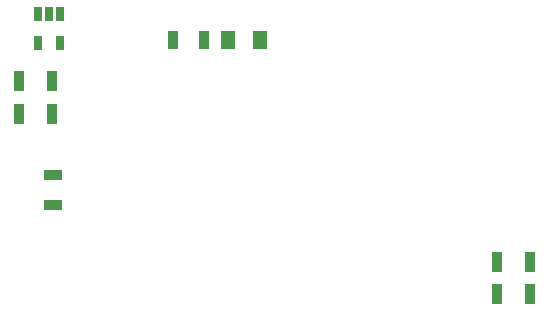
<source format=gbr>
%TF.GenerationSoftware,Altium Limited,Altium Designer,24.6.1 (21)*%
G04 Layer_Color=128*
%FSLAX45Y45*%
%MOMM*%
%TF.SameCoordinates,973C4F09-4287-4DA2-A26F-92637CA031E7*%
%TF.FilePolarity,Positive*%
%TF.FileFunction,Paste,Bot*%
%TF.Part,Single*%
G01*
G75*
%TA.AperFunction,SMDPad,CuDef*%
%ADD12R,0.95606X1.60981*%
%ADD25R,0.95000X1.70000*%
%ADD26R,1.20000X1.50000*%
%ADD27R,0.70000X1.15000*%
%ADD28R,1.60981X0.95606*%
D12*
X5108509Y12052300D02*
D03*
X4848291D02*
D03*
D25*
X3823000Y11430000D02*
D03*
X3543000D02*
D03*
X7874300Y9906000D02*
D03*
X7594300D02*
D03*
X7874300Y10172700D02*
D03*
X7594300D02*
D03*
X3542701Y11709400D02*
D03*
X3822700D02*
D03*
D26*
X5317998Y12052300D02*
D03*
X5588000D02*
D03*
D27*
X3702299Y12031401D02*
D03*
X3892301D02*
D03*
Y12276399D02*
D03*
X3797300D02*
D03*
X3702299D02*
D03*
D28*
X3835400Y10912409D02*
D03*
Y10652191D02*
D03*
%TF.MD5,c319788a36ff6f186f9b937838a497be*%
M02*

</source>
